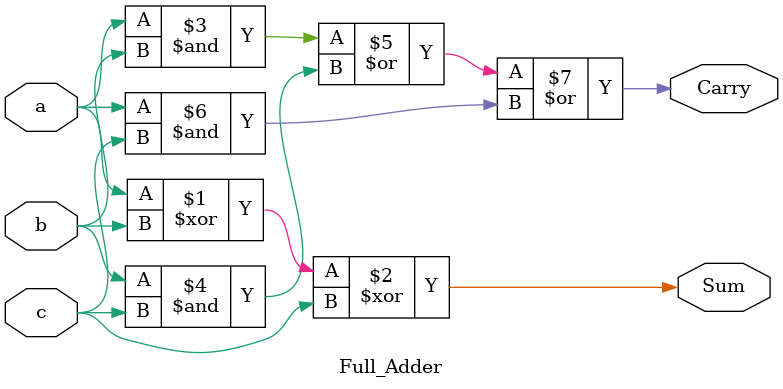
<source format=v>
`timescale 1ns / 1ps

module Full_Adder(
input a,b,c,
output Sum,Carry
    );
 assign Sum= a^b^c;
 assign Carry = a&b | b&c | a&c;
endmodule

</source>
